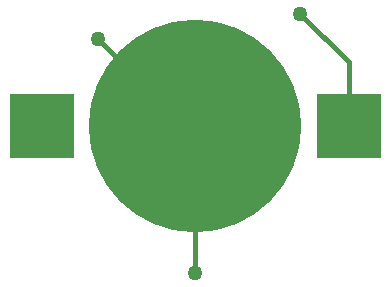
<source format=gbl>
G04 (created by PCBNEW (2013-05-16 BZR 4016)-stable) date 5/21/2013 11:08:07 PM*
%MOIN*%
G04 Gerber Fmt 3.4, Leading zero omitted, Abs format*
%FSLAX34Y34*%
G01*
G70*
G90*
G04 APERTURE LIST*
%ADD10C,0.00590551*%
%ADD11C,0.7087*%
%ADD12R,0.2165X0.2165*%
%ADD13C,0.05*%
%ADD14C,0.015*%
G04 APERTURE END LIST*
G54D10*
G54D11*
X0Y0D03*
G54D12*
X5118Y0D03*
X-5118Y0D03*
G54D13*
X0Y-4880D03*
X-3250Y2900D03*
X3500Y3750D03*
G54D14*
X0Y-4880D02*
X0Y0D01*
X0Y-2400D02*
X0Y0D01*
X-3250Y2900D02*
X-350Y0D01*
X-350Y0D02*
X0Y0D01*
X3500Y3750D02*
X5118Y2132D01*
X5118Y0D02*
X5118Y2132D01*
M02*

</source>
